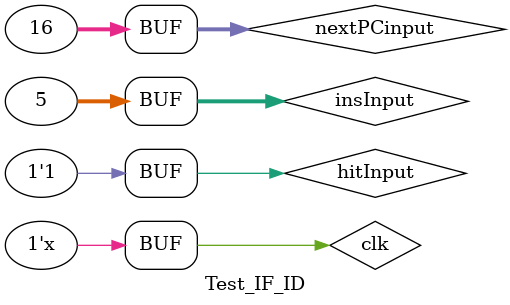
<source format=v>
`timescale 1ns / 1ps


module Test_IF_ID;

	// Inputs
	reg [31:0] insInput;
	reg hitInput;
	reg clk;
	reg [31:0] nextPCinput;

	// Outputs
	wire [31:0] insOutput;
	wire [31:0] nextPCoutput;
	wire hitOutput;

	// Instantiate the Unit Under Test (UUT)
	IF_ID uut (
		.insInput(insInput), 
		.hitInput(hitInput), 
		.clk(clk), 
		.nextPCinput(nextPCinput), 
		.insOutput(insOutput), 
		.nextPCoutput(nextPCoutput)
	);
	
	always begin
		# 50 clk = ~clk;
	end
	//------------------------------------------------------------
	initial begin
		// Initialize Inputs
		insInput = 32'b1;
		hitInput = 0;
		clk = 0;
		nextPCinput = 0;
		#100;
      //------------------------------------------------------------
		insInput = 32'b10;
		hitInput = 1;
		nextPCinput = 4;
		#100;
		//------------------------------------------------------------
		insInput = 32'b11;
		hitInput = 0;
		nextPCinput = 8;
		#100;
		//------------------------------------------------------------
		insInput = 32'b100;
		hitInput = 0;
		nextPCinput = 12;
		#100;
		//------------------------------------------------------------
		insInput = 32'b 101;
		hitInput = 1;
		nextPCinput = 16;
		#100;
		//------------------------------------------------------------
	end
      
endmodule


</source>
